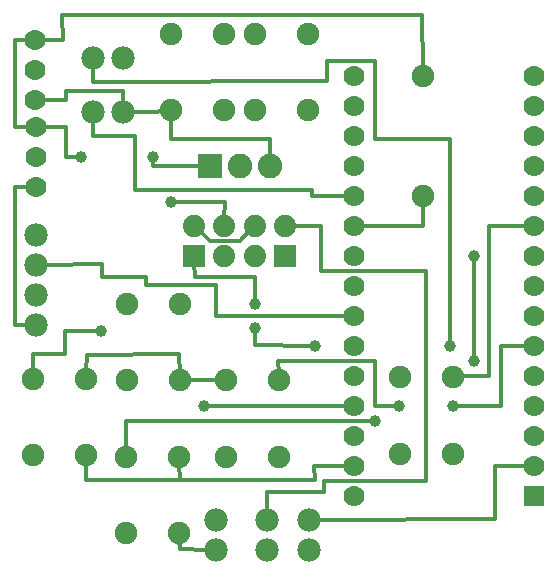
<source format=gtl>
G04 MADE WITH FRITZING*
G04 WWW.FRITZING.ORG*
G04 DOUBLE SIDED*
G04 HOLES PLATED*
G04 CONTOUR ON CENTER OF CONTOUR VECTOR*
%ASAXBY*%
%FSLAX23Y23*%
%MOIN*%
%OFA0B0*%
%SFA1.0B1.0*%
%ADD10C,0.075000*%
%ADD11C,0.039370*%
%ADD12C,0.078000*%
%ADD13C,0.082000*%
%ADD14C,0.069444*%
%ADD15C,0.074472*%
%ADD16C,0.070000*%
%ADD17R,0.082000X0.082000*%
%ADD18R,0.074472X0.074108*%
%ADD19R,0.069972X0.070000*%
%ADD20C,0.012000*%
%LNCOPPER1*%
G90*
G70*
G54D10*
X1487Y469D03*
X1487Y725D03*
X1310Y469D03*
X1310Y725D03*
X1487Y469D03*
X1487Y725D03*
X1310Y469D03*
X1310Y725D03*
G54D11*
X1477Y829D03*
G54D12*
X697Y249D03*
X697Y149D03*
X867Y249D03*
X867Y149D03*
X1007Y249D03*
X1007Y149D03*
G54D10*
X907Y459D03*
X907Y715D03*
X730Y459D03*
X730Y715D03*
X907Y459D03*
X907Y715D03*
X730Y459D03*
X730Y715D03*
X400Y969D03*
X400Y713D03*
X577Y969D03*
X577Y713D03*
X400Y969D03*
X400Y713D03*
X577Y969D03*
X577Y713D03*
X397Y459D03*
X397Y203D03*
X574Y459D03*
X574Y203D03*
X397Y459D03*
X397Y203D03*
X574Y459D03*
X574Y203D03*
X87Y719D03*
X87Y463D03*
X264Y719D03*
X264Y463D03*
X87Y719D03*
X87Y463D03*
X264Y719D03*
X264Y463D03*
G54D13*
X677Y1429D03*
X777Y1429D03*
X877Y1429D03*
G54D14*
X97Y1559D03*
X97Y1459D03*
X97Y1359D03*
X94Y1846D03*
X94Y1746D03*
X94Y1646D03*
G54D10*
X1387Y1729D03*
X1387Y1329D03*
X724Y1613D03*
X724Y1869D03*
X547Y1613D03*
X547Y1869D03*
X724Y1613D03*
X724Y1869D03*
X547Y1613D03*
X547Y1869D03*
X1004Y1613D03*
X1004Y1869D03*
X827Y1613D03*
X827Y1869D03*
X1004Y1613D03*
X1004Y1869D03*
X827Y1613D03*
X827Y1869D03*
G54D15*
X927Y1129D03*
X927Y1229D03*
X827Y1129D03*
X827Y1229D03*
X726Y1129D03*
X726Y1229D03*
X626Y1129D03*
X626Y1229D03*
X927Y1129D03*
X927Y1229D03*
X827Y1129D03*
X827Y1229D03*
X726Y1129D03*
X726Y1229D03*
X626Y1129D03*
X626Y1229D03*
G54D12*
X287Y1609D03*
X387Y1609D03*
X287Y1789D03*
X387Y1789D03*
X97Y899D03*
X97Y999D03*
X97Y1099D03*
X97Y1199D03*
G54D11*
X547Y1309D03*
X1027Y829D03*
X1227Y579D03*
X1557Y779D03*
X1557Y1129D03*
X487Y1459D03*
X247Y1459D03*
X657Y629D03*
X827Y889D03*
X1307Y629D03*
X1487Y629D03*
X827Y969D03*
X316Y879D03*
G54D16*
X1757Y329D03*
X1757Y429D03*
X1757Y529D03*
X1757Y629D03*
X1757Y729D03*
X1757Y829D03*
X1757Y929D03*
X1757Y1029D03*
X1757Y1129D03*
X1757Y1229D03*
X1757Y1329D03*
X1757Y1429D03*
X1757Y1529D03*
X1757Y1629D03*
X1757Y1729D03*
X1157Y329D03*
X1157Y429D03*
X1157Y529D03*
X1157Y629D03*
X1157Y729D03*
X1157Y829D03*
X1157Y929D03*
X1157Y1029D03*
X1157Y1129D03*
X1157Y1229D03*
X1157Y1329D03*
X1157Y1429D03*
X1157Y1529D03*
X1157Y1629D03*
X1157Y1729D03*
G54D17*
X677Y1429D03*
G54D18*
X927Y1129D03*
X927Y1129D03*
X626Y1129D03*
G54D19*
X1757Y329D03*
G54D20*
X809Y1211D02*
X777Y1179D01*
D02*
X1387Y1306D02*
X1387Y1228D01*
D02*
X672Y149D02*
X577Y150D01*
D02*
X577Y150D02*
X575Y180D01*
D02*
X186Y1930D02*
X187Y1849D01*
D02*
X1386Y1930D02*
X186Y1930D01*
D02*
X1477Y842D02*
X1477Y1519D01*
D02*
X287Y1708D02*
X287Y1764D01*
D02*
X1067Y1710D02*
X287Y1708D01*
D02*
X1067Y1779D02*
X1067Y1710D01*
D02*
X1227Y1518D02*
X1227Y1779D01*
D02*
X1477Y1519D02*
X1227Y1518D01*
D02*
X677Y1179D02*
X644Y1211D01*
D02*
X777Y1179D02*
X677Y1179D01*
D02*
X1387Y1228D02*
X1181Y1229D01*
D02*
X1387Y1752D02*
X1386Y1930D01*
D02*
X187Y1849D02*
X115Y1847D01*
D02*
X1227Y1779D02*
X1067Y1779D01*
D02*
X1608Y729D02*
X1608Y1229D01*
D02*
X1510Y726D02*
X1608Y729D01*
D02*
X1608Y1229D02*
X1734Y1229D01*
D02*
X427Y1529D02*
X427Y1349D01*
D02*
X287Y1529D02*
X427Y1529D01*
D02*
X287Y1584D02*
X287Y1529D01*
D02*
X1018Y1329D02*
X1134Y1329D01*
D02*
X1018Y1349D02*
X1018Y1329D01*
D02*
X427Y1349D02*
X1018Y1349D01*
D02*
X1397Y378D02*
X1397Y1079D01*
D02*
X1057Y379D02*
X1397Y378D01*
D02*
X1057Y340D02*
X1057Y379D01*
D02*
X867Y340D02*
X1057Y340D01*
D02*
X867Y274D02*
X867Y340D01*
D02*
X1627Y429D02*
X1627Y250D01*
D02*
X1627Y250D02*
X1031Y249D01*
D02*
X1734Y429D02*
X1627Y429D01*
D02*
X1397Y1079D02*
X1047Y1079D01*
D02*
X1047Y1229D02*
X953Y1229D01*
D02*
X1047Y1079D02*
X1047Y1229D01*
D02*
X727Y1309D02*
X561Y1309D01*
D02*
X726Y1255D02*
X727Y1309D01*
D02*
X487Y1609D02*
X412Y1609D01*
D02*
X524Y1612D02*
X487Y1609D01*
D02*
X197Y1648D02*
X198Y1679D01*
D02*
X198Y1679D02*
X387Y1679D01*
D02*
X115Y1647D02*
X197Y1648D01*
D02*
X387Y1679D02*
X387Y1633D01*
D02*
X28Y898D02*
X28Y1359D01*
D02*
X28Y1359D02*
X77Y1359D01*
D02*
X73Y899D02*
X28Y898D01*
D02*
X267Y799D02*
X576Y800D01*
D02*
X265Y742D02*
X267Y799D01*
D02*
X576Y800D02*
X577Y736D01*
D02*
X1026Y429D02*
X1027Y380D01*
D02*
X266Y380D02*
X265Y440D01*
D02*
X1027Y380D02*
X577Y380D01*
D02*
X1134Y429D02*
X1026Y429D01*
D02*
X1734Y829D02*
X1647Y829D01*
D02*
X1647Y829D02*
X1647Y629D01*
D02*
X1647Y629D02*
X1501Y629D01*
D02*
X1294Y629D02*
X1227Y629D01*
D02*
X1227Y629D02*
X1227Y778D01*
D02*
X1227Y778D02*
X906Y779D01*
D02*
X906Y779D02*
X907Y738D01*
D02*
X1014Y829D02*
X827Y830D01*
D02*
X827Y830D02*
X827Y876D01*
D02*
X397Y482D02*
X397Y579D01*
D02*
X397Y579D02*
X1214Y579D01*
D02*
X1557Y792D02*
X1557Y1115D01*
D02*
X77Y1559D02*
X28Y1559D01*
D02*
X28Y1559D02*
X28Y1848D01*
D02*
X28Y1848D02*
X73Y1847D01*
D02*
X487Y1429D02*
X487Y1445D01*
D02*
X650Y1429D02*
X487Y1429D01*
D02*
X1134Y629D02*
X671Y629D01*
D02*
X197Y1459D02*
X197Y1558D01*
D02*
X197Y1558D02*
X118Y1559D01*
D02*
X234Y1459D02*
X197Y1459D01*
D02*
X707Y715D02*
X600Y713D01*
D02*
X626Y1104D02*
X627Y1059D01*
D02*
X303Y879D02*
X196Y879D01*
D02*
X547Y1519D02*
X877Y1519D01*
D02*
X877Y1519D02*
X877Y1456D01*
D02*
X547Y1590D02*
X547Y1519D01*
D02*
X87Y800D02*
X87Y742D01*
D02*
X196Y800D02*
X87Y800D01*
D02*
X196Y879D02*
X196Y800D01*
D02*
X697Y1030D02*
X466Y1030D01*
D02*
X1134Y929D02*
X697Y929D01*
D02*
X697Y929D02*
X697Y1030D01*
D02*
X577Y380D02*
X575Y436D01*
D02*
X577Y380D02*
X266Y380D01*
D02*
X317Y1100D02*
X122Y1099D01*
D02*
X317Y1059D02*
X317Y1100D01*
D02*
X827Y1059D02*
X827Y983D01*
D02*
X627Y1059D02*
X827Y1059D01*
D02*
X466Y1059D02*
X317Y1059D01*
D02*
X466Y1030D02*
X466Y1059D01*
G04 End of Copper1*
M02*
</source>
